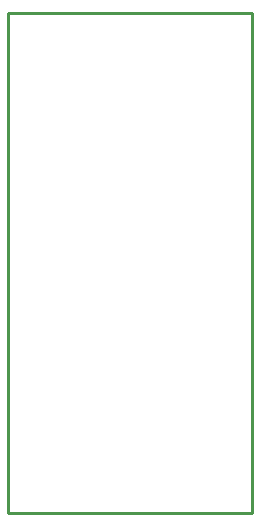
<source format=gko>
G04 Layer: BoardOutlineLayer*
G04 EasyEDA v6.5.51, 2025-11-13 11:14:40*
G04 bf1f3799a3224107ae82f300eded96c1,09fcd8053ca944d09a55be336b12f992,10*
G04 Gerber Generator version 0.2*
G04 Scale: 100 percent, Rotated: No, Reflected: No *
G04 Dimensions in millimeters *
G04 leading zeros omitted , absolute positions ,4 integer and 5 decimal *
%FSLAX45Y45*%
%MOMM*%

%ADD10C,0.2540*%
%ADD11C,0.0108*%
D10*
X101600Y0D02*
G01*
X101600Y647700D01*
X2171700Y647700D01*
X2171700Y-3581400D01*
X101600Y-3581400D01*
X101600Y0D01*
X101600Y0D01*

%LPD*%
M02*

</source>
